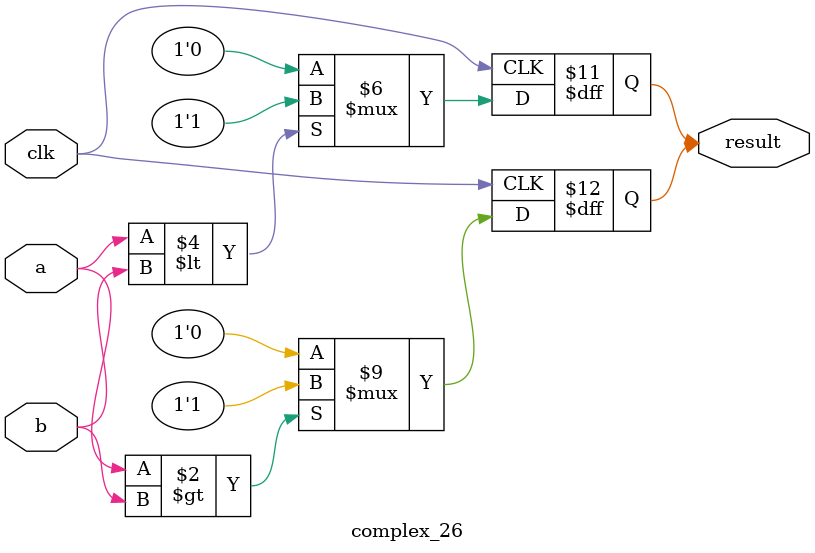
<source format=v>
module complex_26(
    input wire clk,
    input wire a,
    input wire b,
    output reg result
);
   always @(posedge clk)
   begin
      if (a > b)
         result <= 1;
      else
         result <= 0;
   end
   always @(posedge clk)
   begin
      if (a < b)
         result <= 1;
      else
         result <= 0;
   end
endmodule
</source>
